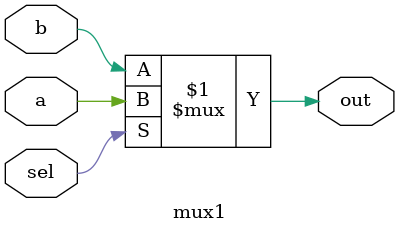
<source format=v>

module mux1(out, a, b, sel);
output out;
input a, b, sel;

assign out = sel ? a : b;

endmodule

</source>
